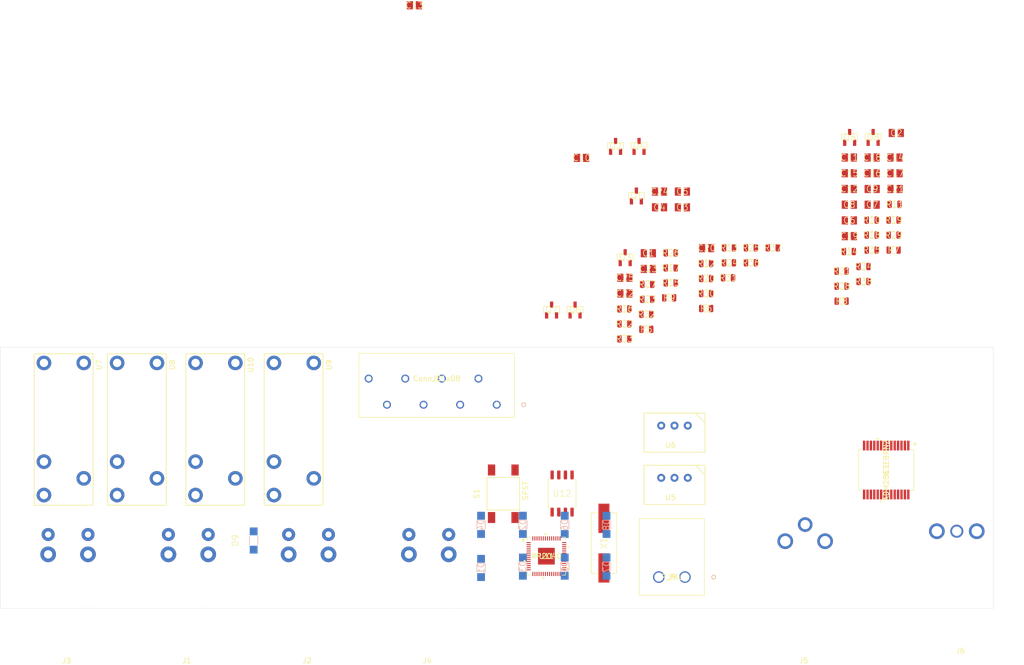
<source format=kicad_pcb>
(kicad_pcb (version 20171130) (host pcbnew "(5.1.9)-1")
  (layers (0 F.Cu signal) (31 B.Cu signal) (34 B.Paste user) (35 F.Paste user) (36 B.SilkS user hide) (37 F.SilkS user) (38 B.Mask user hide) (39 F.Mask user hide) (44 Edge.Cuts user))
  (net 0 "")
  (net 1 GND)
  (net 2 +5VD)
  (net 3 GND_DMX)
  (net 4 "Net-(C6-Pad1)")
  (net 5 "Net-(C7-Pad1)")
  (net 6 "Net-(C8-Pad1)")
  (net 7 "Net-(C9-Pad1)")
  (net 8 +3V3)
  (net 9 "Net-(C11-Pad1)")
  (net 10 "Net-(C12-Pad1)")
  (net 11 "Net-(C16-Pad2)")
  (net 12 "Net-(C18-Pad2)")
  (net 13 "Net-(IC1-Pad19)")
  (net 14 "Net-(IC1-Pad20)")
  (net 15 "Net-(J8-Pad7)")
  (net 16 "Net-(J8-Pad5)")
  (net 17 "Net-(J8-Pad3)")
  (net 18 "Net-(J8-Pad1)")
  (net 19 "Net-(Q1-Pad3)")
  (net 20 "Net-(Q1-Pad2)")
  (net 21 "Net-(Q2-Pad3)")
  (net 22 "Net-(Q2-Pad2)")
  (net 23 "Net-(Q3-Pad3)")
  (net 24 "Net-(Q3-Pad2)")
  (net 25 "Net-(Q4-Pad3)")
  (net 26 "Net-(Q4-Pad2)")
  (net 27 /CH1-RDY)
  (net 28 "Net-(Q5-Pad2)")
  (net 29 /CH2-RDY)
  (net 30 "Net-(Q6-Pad2)")
  (net 31 /CH3-RDY)
  (net 32 "Net-(Q7-Pad2)")
  (net 33 /CH4-RDY)
  (net 34 "Net-(Q8-Pad2)")
  (net 35 "Net-(J7-Pad1)")
  (net 36 /USB-D+)
  (net 37 "Net-(J7-Pad3)")
  (net 38 /USB-D-)
  (net 39 "Net-(J7-Pad2)")
  (net 40 "Net-(J1-Pad3)")
  (net 41 "Net-(J2-Pad3)")
  (net 42 "Net-(J3-Pad3)")
  (net 43 "Net-(J4-Pad3)")
  (net 44 "Net-(R12-Pad1)")
  (net 45 "Net-(R13-Pad1)")
  (net 46 "Net-(R14-Pad1)")
  (net 47 "Net-(R15-Pad1)")
  (net 48 /CH1-RELAY)
  (net 49 /CH2-RELAY)
  (net 50 /CH3-RELAY)
  (net 51 /CH4-RELAY)
  (net 52 "Net-(D1-Pad1)")
  (net 53 "Net-(D2-Pad1)")
  (net 54 "Net-(D3-Pad1)")
  (net 55 "Net-(D4-Pad1)")
  (net 56 "Net-(D5-Pad1)")
  (net 57 "Net-(D6-Pad1)")
  (net 58 "Net-(D7-Pad1)")
  (net 59 "Net-(D8-Pad1)")
  (net 60 "Net-(D9-Pad1)")
  (net 61 "Net-(R37-Pad2)")
  (net 62 "Net-(R38-Pad2)")
  (net 63 "Net-(R38-Pad1)")
  (net 64 "Net-(U7-Pad3)")
  (net 65 "Net-(U8-Pad3)")
  (net 66 "Net-(U9-Pad3)")
  (net 67 "Net-(U10-Pad3)")
  (net 68 "Net-(U11-Pad55)")
  (net 69 "Net-(U11-Pad54)")
  (net 70 "Net-(U11-Pad53)")
  (net 71 "Net-(U11-Pad52)")
  (net 72 "Net-(U11-Pad51)")
  (net 73 "Net-(U11-Pad23)")
  (net 74 "Net-(U11-Pad37)")
  (net 75 "Net-(U11-Pad36)")
  (net 76 "Net-(U11-Pad35)")
  (net 77 "Net-(U11-Pad34)")
  (net 78 "Net-(U11-Pad32)")
  (net 79 "Net-(U11-Pad31)")
  (net 80 "Net-(U11-Pad30)")
  (net 81 "Net-(U11-Pad29)")
  (net 82 "Net-(U11-Pad28)")
  (net 83 "Net-(U11-Pad27)")
  (net 84 "Net-(D9-Pad2)")
  (net 85 "Net-(U11-Pad25)")
  (net 86 "Net-(U11-Pad24)")
  (net 87 "Net-(U11-Pad19)")
  (net 88 "Net-(U11-Pad14)")
  (net 89 /GPIO10)
  (net 90 "Net-(U11-Pad12)")
  (net 91 "Net-(U11-Pad11)")
  (net 92 /CH4-charge)
  (net 93 /CH3-charge)
  (net 94 /CH2-charge)
  (net 95 /CH1-charge)
  (net 96 "Net-(IC1-Pad18)")
  (net 97 "Net-(IC1-Pad17)")
  (net 98 "Net-(IC1-Pad14)")
  (net 99 "Net-(IC1-Pad13)")
  (net 100 "Net-(IC1-Pad12)")
  (net 101 "Net-(IC1-Pad10)")
  (net 102 "Net-(IC1-Pad9)")
  (net 103 "Net-(IC1-Pad8)")
  (net 104 "Net-(IC1-Pad6)")
  (net 105 "Net-(IC1-Pad5)")
  (net 106 "Net-(IC1-Pad3)")
  (net 107 "Net-(IC1-Pad2)")
  (net 108 "Net-(IC1-Pad1)")
  (net 109 "Net-(J1-Pad1)")
  (net 110 "Net-(J1-Pad2)")
  (net 111 "Net-(J2-Pad1)")
  (net 112 "Net-(J2-Pad2)")
  (net 113 "Net-(J3-Pad1)")
  (net 114 "Net-(J3-Pad2)")
  (net 115 "Net-(J4-Pad1)")
  (net 116 "Net-(J4-Pad2)")
  (module Kabuki:NC4FAH0 (layer F.Cu) (at 162 143 180)
    (fp_text reference J4 (at 0.3 -7) (layer F.SilkS))
    (fp_text value NC4FAHL1)
    (pad "" np_thru_hole circle (at 3.81 8.89 180) (size 1.6 1.6) (drill 1.6) (layers *.Cu *.Mask))
    (pad "" np_thru_hole circle (at -3.81 3.81 180) (size 1.6 1.6) (drill 1.6) (layers *.Cu *.Mask))
    (pad 4 thru_hole circle (at 3.81 17.15 180) (size 2.5 2.5) (drill 1.2) (layers *.Cu *.Mask) (net 1 GND))
    (pad 3 thru_hole circle (at 3.81 13.35 180) (size 3 3) (drill 1.6) (layers *.Cu *.Mask) (net 43 "Net-(J4-Pad3)"))
    (pad "" np_thru_hole circle (at -6.98 8.25 180) (size 1.2 1.2) (drill 1.2) (layers *.Cu *.Mask))
    (pad 1 thru_hole circle (at -3.81 17.15 180) (size 2.5 2.5) (drill 1.2) (layers *.Cu *.Mask) (net 115 "Net-(J4-Pad1)"))
    (pad 2 thru_hole circle (at -3.81 13.35 180) (size 3 3) (drill 1.6) (layers *.Cu *.Mask) (net 116 "Net-(J4-Pad2)"))
  )
  (module Kabuki:NC4FAH0 (layer F.Cu) (at 93 143 180)
    (fp_text reference J3 (at 0.3 -7) (layer F.SilkS))
    (fp_text value NC4FAHL1)
    (pad "" np_thru_hole circle (at 3.81 8.89 180) (size 1.6 1.6) (drill 1.6) (layers *.Cu *.Mask))
    (pad "" np_thru_hole circle (at -3.81 3.81 180) (size 1.6 1.6) (drill 1.6) (layers *.Cu *.Mask))
    (pad 4 thru_hole circle (at 3.81 17.15 180) (size 2.5 2.5) (drill 1.2) (layers *.Cu *.Mask) (net 1 GND))
    (pad 3 thru_hole circle (at 3.81 13.35 180) (size 3 3) (drill 1.6) (layers *.Cu *.Mask) (net 42 "Net-(J3-Pad3)"))
    (pad "" np_thru_hole circle (at -6.98 8.25 180) (size 1.2 1.2) (drill 1.2) (layers *.Cu *.Mask))
    (pad 1 thru_hole circle (at -3.81 17.15 180) (size 2.5 2.5) (drill 1.2) (layers *.Cu *.Mask) (net 113 "Net-(J3-Pad1)"))
    (pad 2 thru_hole circle (at -3.81 13.35 180) (size 3 3) (drill 1.6) (layers *.Cu *.Mask) (net 114 "Net-(J3-Pad2)"))
  )
  (module Kabuki:NC4FAH0 (layer F.Cu) (at 139 143 180)
    (fp_text reference J2 (at 0.3 -7) (layer F.SilkS))
    (fp_text value NC4FAHL1)
    (pad "" np_thru_hole circle (at 3.81 8.89 180) (size 1.6 1.6) (drill 1.6) (layers *.Cu *.Mask))
    (pad "" np_thru_hole circle (at -3.81 3.81 180) (size 1.6 1.6) (drill 1.6) (layers *.Cu *.Mask))
    (pad 4 thru_hole circle (at 3.81 17.15 180) (size 2.5 2.5) (drill 1.2) (layers *.Cu *.Mask) (net 1 GND))
    (pad 3 thru_hole circle (at 3.81 13.35 180) (size 3 3) (drill 1.6) (layers *.Cu *.Mask) (net 41 "Net-(J2-Pad3)"))
    (pad "" np_thru_hole circle (at -6.98 8.25 180) (size 1.2 1.2) (drill 1.2) (layers *.Cu *.Mask))
    (pad 1 thru_hole circle (at -3.81 17.15 180) (size 2.5 2.5) (drill 1.2) (layers *.Cu *.Mask) (net 111 "Net-(J2-Pad1)"))
    (pad 2 thru_hole circle (at -3.81 13.35 180) (size 3 3) (drill 1.6) (layers *.Cu *.Mask) (net 112 "Net-(J2-Pad2)"))
  )
  (module Kabuki:NC4FAH0 (layer F.Cu) (at 116 143 180)
    (fp_text reference J1 (at 0.3 -7) (layer F.SilkS))
    (fp_text value NC4FAHL1)
    (pad "" np_thru_hole circle (at 3.81 8.89 180) (size 1.6 1.6) (drill 1.6) (layers *.Cu *.Mask))
    (pad "" np_thru_hole circle (at -3.81 3.81 180) (size 1.6 1.6) (drill 1.6) (layers *.Cu *.Mask))
    (pad 4 thru_hole circle (at 3.81 17.15 180) (size 2.5 2.5) (drill 1.2) (layers *.Cu *.Mask) (net 1 GND))
    (pad 3 thru_hole circle (at 3.81 13.35 180) (size 3 3) (drill 1.6) (layers *.Cu *.Mask) (net 40 "Net-(J1-Pad3)"))
    (pad "" np_thru_hole circle (at -6.98 8.25 180) (size 1.2 1.2) (drill 1.2) (layers *.Cu *.Mask))
    (pad 1 thru_hole circle (at -3.81 17.15 180) (size 2.5 2.5) (drill 1.2) (layers *.Cu *.Mask) (net 109 "Net-(J1-Pad1)"))
    (pad 2 thru_hole circle (at -3.81 13.35 180) (size 3 3) (drill 1.6) (layers *.Cu *.Mask) (net 110 "Net-(J1-Pad2)"))
  )
  (module Kabuki:ADM2867EBRNZ (layer F.Cu) (at 249.5 113.5 270)
    (fp_text reference IC1 (at 0 0 90) (layer F.SilkS))
    (fp_text value ADM2867EBRNZ (at 0 0 90) (layer F.SilkS))
    (fp_text user * (at -4.9375 -5.8244 90) (layer F.SilkS))
    (fp_text user * (at -4.9375 -5.8244 90) (layer F.SilkS))
    (pad 28 smd rect (at 4.683501 -4.225 270) (size 1.873999 0.4564) (layers F.Cu F.Paste F.Mask) (net 3 GND_DMX))
    (pad 27 smd rect (at 4.683501 -3.574999 270) (size 1.873999 0.4564) (layers F.Cu F.Paste F.Mask) (net 9 "Net-(C11-Pad1)"))
    (pad 26 smd rect (at 4.683501 -2.925 270) (size 1.873999 0.4564) (layers F.Cu F.Paste F.Mask) (net 3 GND_DMX))
    (pad 25 smd rect (at 4.683501 -2.274999 270) (size 1.873999 0.4564) (layers F.Cu F.Paste F.Mask) (net 9 "Net-(C11-Pad1)"))
    (pad 24 smd rect (at 4.683501 -1.625001 270) (size 1.873999 0.4564) (layers F.Cu F.Paste F.Mask) (net 3 GND_DMX))
    (pad 23 smd rect (at 4.683501 -0.974999 270) (size 1.873999 0.4564) (layers F.Cu F.Paste F.Mask) (net 10 "Net-(C12-Pad1)"))
    (pad 22 smd rect (at 4.683501 -0.325001 270) (size 1.873999 0.4564) (layers F.Cu F.Paste F.Mask) (net 1 GND))
    (pad 21 smd rect (at 4.683501 0.325001 270) (size 1.873999 0.4564) (layers F.Cu F.Paste F.Mask) (net 1 GND))
    (pad 20 smd rect (at 4.683501 0.974999 270) (size 1.873999 0.4564) (layers F.Cu F.Paste F.Mask) (net 14 "Net-(IC1-Pad20)"))
    (pad 19 smd rect (at 4.683501 1.625001 270) (size 1.873999 0.4564) (layers F.Cu F.Paste F.Mask) (net 13 "Net-(IC1-Pad19)"))
    (pad 18 smd rect (at 4.683501 2.274999 270) (size 1.873999 0.4564) (layers F.Cu F.Paste F.Mask) (net 96 "Net-(IC1-Pad18)"))
    (pad 17 smd rect (at 4.683501 2.925 270) (size 1.873999 0.4564) (layers F.Cu F.Paste F.Mask) (net 97 "Net-(IC1-Pad17)"))
    (pad 16 smd rect (at 4.683501 3.574999 270) (size 1.873999 0.4564) (layers F.Cu F.Paste F.Mask) (net 1 GND))
    (pad 15 smd rect (at 4.683501 4.225 270) (size 1.873999 0.4564) (layers F.Cu F.Paste F.Mask) (net 1 GND))
    (pad 14 smd rect (at -4.683501 4.224998 270) (size 1.873999 0.4564) (layers F.Cu F.Paste F.Mask) (net 98 "Net-(IC1-Pad14)"))
    (pad 13 smd rect (at -4.683501 3.574999 270) (size 1.873999 0.4564) (layers F.Cu F.Paste F.Mask) (net 99 "Net-(IC1-Pad13)"))
    (pad 12 smd rect (at -4.683501 2.924998 270) (size 1.873999 0.4564) (layers F.Cu F.Paste F.Mask) (net 100 "Net-(IC1-Pad12)"))
    (pad 11 smd rect (at -4.683501 2.274999 270) (size 1.873999 0.4564) (layers F.Cu F.Paste F.Mask) (net 89 /GPIO10))
    (pad 10 smd rect (at -4.683501 1.624998 270) (size 1.873999 0.4564) (layers F.Cu F.Paste F.Mask) (net 101 "Net-(IC1-Pad10)"))
    (pad 9 smd rect (at -4.683501 0.974999 270) (size 1.873999 0.4564) (layers F.Cu F.Paste F.Mask) (net 102 "Net-(IC1-Pad9)"))
    (pad 8 smd rect (at -4.683501 0.324998 270) (size 1.873999 0.4564) (layers F.Cu F.Paste F.Mask) (net 103 "Net-(IC1-Pad8)"))
    (pad 7 smd rect (at -4.683501 -0.325001 270) (size 1.873999 0.4564) (layers F.Cu F.Paste F.Mask) (net 8 +3V3))
    (pad 6 smd rect (at -4.683501 -0.974999 270) (size 1.873999 0.4564) (layers F.Cu F.Paste F.Mask) (net 104 "Net-(IC1-Pad6)"))
    (pad 5 smd rect (at -4.683501 -1.625001 270) (size 1.873999 0.4564) (layers F.Cu F.Paste F.Mask) (net 105 "Net-(IC1-Pad5)"))
    (pad 4 smd rect (at -4.683501 -2.274999 270) (size 1.873999 0.4564) (layers F.Cu F.Paste F.Mask) (net 2 +5VD))
    (pad 3 smd rect (at -4.683501 -2.925 270) (size 1.873999 0.4564) (layers F.Cu F.Paste F.Mask) (net 106 "Net-(IC1-Pad3)"))
    (pad 2 smd rect (at -4.683501 -3.574999 270) (size 1.873999 0.4564) (layers F.Cu F.Paste F.Mask) (net 107 "Net-(IC1-Pad2)"))
    (pad 1 smd rect (at -4.683501 -4.225 270) (size 1.873999 0.4564) (layers F.Cu F.Paste F.Mask) (net 108 "Net-(IC1-Pad1)"))
  )
  (module Kabuki:XTAL1140X470X420D1270L390X60 (layer F.Cu) (at 195.5 127.5 90)
    (fp_text reference X1 (at 0 0 90) (layer F.SilkS) (effects (font (size 1.2 1.2) (thickness 0.12))))
    (fp_text value XTAL)
    (pad 2 smd rect (at 4.75 0 90) (size 5.6 2.1) (layers F.Cu F.Paste F.Mask) (net 11 "Net-(C16-Pad2)"))
    (pad 1 smd rect (at -4.75 0 90) (size 5.6 2.1) (layers F.Cu F.Paste F.Mask) (net 12 "Net-(C18-Pad2)"))
  )
  (module Kabuki:SOIC8P_w25q128 (layer F.Cu) (at 187.5 118)
    (fp_text reference U12 (at 0 0) (layer F.SilkS) (effects (font (size 1.2 1.2) (thickness 0.12))))
    (fp_text value W25Q128JVS)
    (pad 8 smd roundrect (at -1.905 -3.555 90) (size 1.71 0.64) (layers F.Cu F.Paste F.Mask) (net 8 +3V3))
    (pad 7 smd roundrect (at -0.635 -3.555 90) (size 1.71 0.64) (layers F.Cu F.Paste F.Mask) (net 72 "Net-(U11-Pad51)"))
    (pad 6 smd roundrect (at 0.635 -3.555 90) (size 1.71 0.64) (layers F.Cu F.Paste F.Mask) (net 71 "Net-(U11-Pad52)"))
    (pad 5 smd roundrect (at 1.905 -3.555 90) (size 1.71 0.64) (layers F.Cu F.Paste F.Mask) (net 70 "Net-(U11-Pad53)"))
    (pad 4 smd roundrect (at 1.905 3.555 90) (size 1.71 0.64) (layers F.Cu F.Paste F.Mask) (net 1 GND))
    (pad 3 smd roundrect (at 0.635 3.555 90) (size 1.71 0.64) (layers F.Cu F.Paste F.Mask) (net 68 "Net-(U11-Pad55)"))
    (pad 2 smd roundrect (at -0.635 3.555 90) (size 1.71 0.64) (layers F.Cu F.Paste F.Mask) (net 69 "Net-(U11-Pad54)"))
    (pad 1 smd roundrect (at -1.905 3.555 90) (size 1.71 0.64) (layers F.Cu F.Paste F.Mask) (net 63 "Net-(R38-Pad1)"))
  )
  (module Kabuki:RP2040 (layer F.Cu) (at 184.5 130)
    (fp_text reference U11 (at 0 0) (layer F.SilkS))
    (fp_text value RP2040 (at 0 0) (layer F.SilkS))
    (fp_text user * (at -4.4402 -2.8) (layer F.SilkS))
    (fp_text user * (at -4.4402 -2.8) (layer F.SilkS))
    (pad 57 smd rect (at 0 0) (size 3.2004 3.2004) (layers F.Cu F.Mask) (net 1 GND))
    (pad 56 smd rect (at -2.6 -3.4012) (size 0.1786 0.807999) (layers F.Cu F.Paste F.Mask) (net 63 "Net-(R38-Pad1)"))
    (pad 55 smd rect (at -2.200001 -3.4012) (size 0.1786 0.807999) (layers F.Cu F.Paste F.Mask) (net 68 "Net-(U11-Pad55)"))
    (pad 54 smd rect (at -1.799999 -3.4012) (size 0.1786 0.807999) (layers F.Cu F.Paste F.Mask) (net 69 "Net-(U11-Pad54)"))
    (pad 53 smd rect (at -1.4 -3.4012) (size 0.1786 0.807999) (layers F.Cu F.Paste F.Mask) (net 70 "Net-(U11-Pad53)"))
    (pad 52 smd rect (at -1.000001 -3.4012) (size 0.1786 0.807999) (layers F.Cu F.Paste F.Mask) (net 71 "Net-(U11-Pad52)"))
    (pad 51 smd rect (at -0.599999 -3.4012) (size 0.1786 0.807999) (layers F.Cu F.Paste F.Mask) (net 72 "Net-(U11-Pad51)"))
    (pad 50 smd rect (at -0.2 -3.4012) (size 0.1786 0.807999) (layers F.Cu F.Paste F.Mask) (net 73 "Net-(U11-Pad23)"))
    (pad 49 smd rect (at 0.2 -3.4012) (size 0.1786 0.807999) (layers F.Cu F.Paste F.Mask) (net 8 +3V3))
    (pad 48 smd rect (at 0.599999 -3.4012) (size 0.1786 0.807999) (layers F.Cu F.Paste F.Mask) (net 8 +3V3))
    (pad 47 smd rect (at 1.000001 -3.4012) (size 0.1786 0.807999) (layers F.Cu F.Paste F.Mask) (net 36 /USB-D+))
    (pad 46 smd rect (at 1.4 -3.4012) (size 0.1786 0.807999) (layers F.Cu F.Paste F.Mask) (net 38 /USB-D-))
    (pad 45 smd rect (at 1.799999 -3.4012) (size 0.1786 0.807999) (layers F.Cu F.Paste F.Mask) (net 73 "Net-(U11-Pad23)"))
    (pad 44 smd rect (at 2.200001 -3.4012) (size 0.1786 0.807999) (layers F.Cu F.Paste F.Mask) (net 8 +3V3))
    (pad 43 smd rect (at 2.6 -3.4012) (size 0.1786 0.807999) (layers F.Cu F.Paste F.Mask) (net 8 +3V3))
    (pad 42 smd rect (at 3.4012 -2.6 90) (size 0.1786 0.807999) (layers F.Cu F.Paste F.Mask) (net 8 +3V3))
    (pad 41 smd rect (at 3.4012 -2.200001 90) (size 0.1786 0.807999) (layers F.Cu F.Paste F.Mask) (net 7 "Net-(C9-Pad1)"))
    (pad 40 smd rect (at 3.4012 -1.799999 90) (size 0.1786 0.807999) (layers F.Cu F.Paste F.Mask) (net 6 "Net-(C8-Pad1)"))
    (pad 39 smd rect (at 3.4012 -1.4 90) (size 0.1786 0.807999) (layers F.Cu F.Paste F.Mask) (net 5 "Net-(C7-Pad1)"))
    (pad 38 smd rect (at 3.4012 -1.000001 90) (size 0.1786 0.807999) (layers F.Cu F.Paste F.Mask) (net 4 "Net-(C6-Pad1)"))
    (pad 37 smd rect (at 3.4012 -0.599999 90) (size 0.1786 0.807999) (layers F.Cu F.Paste F.Mask) (net 74 "Net-(U11-Pad37)"))
    (pad 36 smd rect (at 3.4012 -0.2 90) (size 0.1786 0.807999) (layers F.Cu F.Paste F.Mask) (net 75 "Net-(U11-Pad36)"))
    (pad 35 smd rect (at 3.4012 0.2 90) (size 0.1786 0.807999) (layers F.Cu F.Paste F.Mask) (net 76 "Net-(U11-Pad35)"))
    (pad 34 smd rect (at 3.4012 0.599999 90) (size 0.1786 0.807999) (layers F.Cu F.Paste F.Mask) (net 77 "Net-(U11-Pad34)"))
    (pad 33 smd rect (at 3.4012 1.000001 90) (size 0.1786 0.807999) (layers F.Cu F.Paste F.Mask) (net 8 +3V3))
    (pad 32 smd rect (at 3.4012 1.4 90) (size 0.1786 0.807999) (layers F.Cu F.Paste F.Mask) (net 78 "Net-(U11-Pad32)"))
    (pad 31 smd rect (at 3.4012 1.799999 90) (size 0.1786 0.807999) (layers F.Cu F.Paste F.Mask) (net 79 "Net-(U11-Pad31)"))
    (pad 30 smd rect (at 3.4012 2.200001 90) (size 0.1786 0.807999) (layers F.Cu F.Paste F.Mask) (net 80 "Net-(U11-Pad30)"))
    (pad 29 smd rect (at 3.4012 2.6 90) (size 0.1786 0.807999) (layers F.Cu F.Paste F.Mask) (net 81 "Net-(U11-Pad29)"))
    (pad 28 smd rect (at 2.6 3.4012) (size 0.1786 0.807999) (layers F.Cu F.Paste F.Mask) (net 82 "Net-(U11-Pad28)"))
    (pad 27 smd rect (at 2.200001 3.4012) (size 0.1786 0.807999) (layers F.Cu F.Paste F.Mask) (net 83 "Net-(U11-Pad27)"))
    (pad 26 smd rect (at 1.799999 3.4012) (size 0.1786 0.807999) (layers F.Cu F.Paste F.Mask) (net 84 "Net-(D9-Pad2)"))
    (pad 25 smd rect (at 1.4 3.4012) (size 0.1786 0.807999) (layers F.Cu F.Paste F.Mask) (net 85 "Net-(U11-Pad25)"))
    (pad 24 smd rect (at 1.000001 3.4012) (size 0.1786 0.807999) (layers F.Cu F.Paste F.Mask) (net 86 "Net-(U11-Pad24)"))
    (pad 23 smd rect (at 0.599999 3.4012) (size 0.1786 0.807999) (layers F.Cu F.Paste F.Mask) (net 73 "Net-(U11-Pad23)"))
    (pad 22 smd rect (at 0.2 3.4012) (size 0.1786 0.807999) (layers F.Cu F.Paste F.Mask) (net 8 +3V3))
    (pad 21 smd rect (at -0.2 3.4012) (size 0.1786 0.807999) (layers F.Cu F.Paste F.Mask) (net 61 "Net-(R37-Pad2)"))
    (pad 20 smd rect (at -0.599999 3.4012) (size 0.1786 0.807999) (layers F.Cu F.Paste F.Mask) (net 12 "Net-(C18-Pad2)"))
    (pad 19 smd rect (at -1.000001 3.4012) (size 0.1786 0.807999) (layers F.Cu F.Paste F.Mask) (net 87 "Net-(U11-Pad19)"))
    (pad 18 smd rect (at -1.4 3.4012) (size 0.1786 0.807999) (layers F.Cu F.Paste F.Mask) (net 51 /CH4-RELAY))
    (pad 17 smd rect (at -1.799999 3.4012) (size 0.1786 0.807999) (layers F.Cu F.Paste F.Mask) (net 50 /CH3-RELAY))
    (pad 16 smd rect (at -2.200001 3.4012) (size 0.1786 0.807999) (layers F.Cu F.Paste F.Mask) (net 49 /CH2-RELAY))
    (pad 15 smd rect (at -2.6 3.4012) (size 0.1786 0.807999) (layers F.Cu F.Paste F.Mask) (net 48 /CH1-RELAY))
    (pad 14 smd rect (at -3.4012 2.6 90) (size 0.1786 0.807999) (layers F.Cu F.Paste F.Mask) (net 88 "Net-(U11-Pad14)"))
    (pad 13 smd rect (at -3.4012 2.200001 90) (size 0.1786 0.807999) (layers F.Cu F.Paste F.Mask) (net 89 /GPIO10))
    (pad 12 smd rect (at -3.4012 1.799999 90) (size 0.1786 0.807999) (layers F.Cu F.Paste F.Mask) (net 90 "Net-(U11-Pad12)"))
    (pad 11 smd rect (at -3.4012 1.4 90) (size 0.1786 0.807999) (layers F.Cu F.Paste F.Mask) (net 91 "Net-(U11-Pad11)"))
    (pad 10 smd rect (at -3.4012 1.000001 90) (size 0.1786 0.807999) (layers F.Cu F.Paste F.Mask) (net 8 +3V3))
    (pad 9 smd rect (at -3.4012 0.599999 90) (size 0.1786 0.807999) (layers F.Cu F.Paste F.Mask) (net 33 /CH4-RDY))
    (pad 8 smd rect (at -3.4012 0.2 90) (size 0.1786 0.807999) (layers F.Cu F.Paste F.Mask) (net 92 /CH4-charge))
    (pad 7 smd rect (at -3.4012 -0.2 90) (size 0.1786 0.807999) (layers F.Cu F.Paste F.Mask) (net 31 /CH3-RDY))
    (pad 6 smd rect (at -3.4012 -0.599999 90) (size 0.1786 0.807999) (layers F.Cu F.Paste F.Mask) (net 93 /CH3-charge))
    (pad 5 smd rect (at -3.4012 -1.000001 90) (size 0.1786 0.807999) (layers F.Cu F.Paste F.Mask) (net 29 /CH2-RDY))
    (pad 4 smd rect (at -3.4012 -1.4 90) (size 0.1786 0.807999) (layers F.Cu F.Paste F.Mask) (net 94 /CH2-charge))
    (pad 3 smd rect (at -3.4012 -1.799999 90) (size 0.1786 0.807999) (layers F.Cu F.Paste F.Mask) (net 27 /CH1-RDY))
    (pad 2 smd rect (at -3.4012 -2.200001 90) (size 0.1786 0.807999) (layers F.Cu F.Paste F.Mask) (net 95 /CH1-charge))
    (pad 1 smd rect (at -3.4012 -2.6 90) (size 0.1786 0.807999) (layers F.Cu F.Paste F.Mask) (net 8 +3V3))
  )
  (module Kabuki:JS-05 (layer F.Cu) (at 125 93 270)
    (fp_text reference U10 (at 0.381 -2.921 90) (layer F.SilkS))
    (fp_text value RelaySP)
    (pad 1 thru_hole circle (at 0 0 270) (size 2.8 2.8) (drill 1.6) (layers *.Cu *.Mask) (net 25 "Net-(Q4-Pad3)"))
    (pad 2 thru_hole circle (at 0 7.62 270) (size 2.8 2.8) (drill 1.6) (layers *.Cu *.Mask) (net 47 "Net-(R15-Pad1)"))
    (pad 5 thru_hole circle (at 22.1 0 270) (size 2.8 2.8) (drill 1.6) (layers *.Cu *.Mask) (net 2 +5VD))
    (pad 4 thru_hole circle (at 18.9 7.62 270) (size 2.8 2.8) (drill 1.6) (layers *.Cu *.Mask) (net 15 "Net-(J8-Pad7)"))
    (pad 3 thru_hole circle (at 25.3 7.62 270) (size 2.8 2.8) (drill 1.6) (layers *.Cu *.Mask) (net 67 "Net-(U10-Pad3)"))
  )
  (module Kabuki:JS-05 (layer F.Cu) (at 140 93 270)
    (fp_text reference U9 (at 0.381 -2.921 90) (layer F.SilkS))
    (fp_text value RelaySP)
    (pad 1 thru_hole circle (at 0 0 270) (size 2.8 2.8) (drill 1.6) (layers *.Cu *.Mask) (net 23 "Net-(Q3-Pad3)"))
    (pad 2 thru_hole circle (at 0 7.62 270) (size 2.8 2.8) (drill 1.6) (layers *.Cu *.Mask) (net 46 "Net-(R14-Pad1)"))
    (pad 5 thru_hole circle (at 22.1 0 270) (size 2.8 2.8) (drill 1.6) (layers *.Cu *.Mask) (net 2 +5VD))
    (pad 4 thru_hole circle (at 18.9 7.62 270) (size 2.8 2.8) (drill 1.6) (layers *.Cu *.Mask) (net 16 "Net-(J8-Pad5)"))
    (pad 3 thru_hole circle (at 25.3 7.62 270) (size 2.8 2.8) (drill 1.6) (layers *.Cu *.Mask) (net 66 "Net-(U9-Pad3)"))
  )
  (module Kabuki:JS-05 (layer F.Cu) (at 110 93 270)
    (fp_text reference U8 (at 0.381 -2.921 90) (layer F.SilkS))
    (fp_text value RelaySP)
    (pad 1 thru_hole circle (at 0 0 270) (size 2.8 2.8) (drill 1.6) (layers *.Cu *.Mask) (net 21 "Net-(Q2-Pad3)"))
    (pad 2 thru_hole circle (at 0 7.62 270) (size 2.8 2.8) (drill 1.6) (layers *.Cu *.Mask) (net 45 "Net-(R13-Pad1)"))
    (pad 5 thru_hole circle (at 22.1 0 270) (size 2.8 2.8) (drill 1.6) (layers *.Cu *.Mask) (net 2 +5VD))
    (pad 4 thru_hole circle (at 18.9 7.62 270) (size 2.8 2.8) (drill 1.6) (layers *.Cu *.Mask) (net 17 "Net-(J8-Pad3)"))
    (pad 3 thru_hole circle (at 25.3 7.62 270) (size 2.8 2.8) (drill 1.6) (layers *.Cu *.Mask) (net 65 "Net-(U8-Pad3)"))
  )
  (module Kabuki:JS-05 (layer F.Cu) (at 96 93 270)
    (fp_text reference U7 (at 0.381 -2.921 90) (layer F.SilkS))
    (fp_text value RelaySP)
    (pad 1 thru_hole circle (at 0 0 270) (size 2.8 2.8) (drill 1.6) (layers *.Cu *.Mask) (net 19 "Net-(Q1-Pad3)"))
    (pad 2 thru_hole circle (at 0 7.62 270) (size 2.8 2.8) (drill 1.6) (layers *.Cu *.Mask) (net 44 "Net-(R12-Pad1)"))
    (pad 5 thru_hole circle (at 22.1 0 270) (size 2.8 2.8) (drill 1.6) (layers *.Cu *.Mask) (net 2 +5VD))
    (pad 4 thru_hole circle (at 18.9 7.62 270) (size 2.8 2.8) (drill 1.6) (layers *.Cu *.Mask) (net 18 "Net-(J8-Pad1)"))
    (pad 3 thru_hole circle (at 25.3 7.62 270) (size 2.8 2.8) (drill 1.6) (layers *.Cu *.Mask) (net 64 "Net-(U7-Pad3)"))
  )
  (module Kabuki:TSRN_1_2450 (layer F.Cu) (at 209 105 180)
    (fp_text reference U6 (at 0.75 -3.75) (layer F.SilkS))
    (fp_text value TSR1-2450)
    (pad 3 thru_hole circle (at 2.54 0 180) (size 1.524 1.524) (drill 0.762) (layers *.Cu *.Mask) (net 8 +3V3))
    (pad 2 thru_hole circle (at 0 0 180) (size 1.524 1.524) (drill 0.762) (layers *.Cu *.Mask) (net 1 GND))
    (pad 1 thru_hole circle (at -2.54 0 180) (size 1.524 1.524) (drill 0.762) (layers *.Cu *.Mask) (net 2 +5VD))
  )
  (module Kabuki:TSRN_1_2450 (layer F.Cu) (at 209 115 180)
    (fp_text reference U5 (at 0.75 -3.75) (layer F.SilkS))
    (fp_text value TSR1-2450)
    (pad 3 thru_hole circle (at 2.54 0 180) (size 1.524 1.524) (drill 0.762) (layers *.Cu *.Mask) (net 2 +5VD))
    (pad 2 thru_hole circle (at 0 0 180) (size 1.524 1.524) (drill 0.762) (layers *.Cu *.Mask) (net 1 GND))
    (pad 1 thru_hole circle (at -2.54 0 180) (size 1.524 1.524) (drill 0.762) (layers *.Cu *.Mask) (net 2 +5VD))
  )
  (module Kabuki:te-microswitch-smd (layer F.Cu) (at 178.5 113.5 270)
    (fp_text reference S1 (at 4.5466 7.366 90) (layer F.SilkS))
    (fp_text value SPST (at 4 -2 90) (layer F.SilkS))
    (pad 1 smd rect (at 0 0 270) (size 2.1082 1.397) (layers F.Cu F.Paste F.Mask) (net 1 GND))
    (pad 2 smd rect (at 0 4.4958 270) (size 2.1082 1.397) (layers F.Cu F.Paste F.Mask) (net 62 "Net-(R38-Pad2)"))
    (pad 2 smd rect (at 9.0932 4.4958 270) (size 2.1082 1.397) (layers F.Cu F.Paste F.Mask) (net 62 "Net-(R38-Pad2)"))
    (pad 1 smd rect (at 9.0932 0 270) (size 2.1082 1.397) (layers F.Cu F.Paste F.Mask) (net 1 GND))
  )
  (module Kabuki:RES0805 (layer F.Cu) (at 245.16 77.41)
    (fp_text reference R38 (at 0 0) (layer F.SilkS) (effects (font (size 1.2 1.2) (thickness 0.12))))
    (fp_text value 1k)
    (pad 2 smd roundrect (at 0.945 0) (size 0.84 1.42) (layers F.Cu F.Paste F.Mask) (net 62 "Net-(R38-Pad2)"))
    (pad 1 smd roundrect (at -0.945 0) (size 0.84 1.42) (layers F.Cu F.Paste F.Mask) (net 63 "Net-(R38-Pad1)"))
  )
  (module Kabuki:RES0805 (layer F.Cu) (at 227.81 70.96)
    (fp_text reference R37 (at 0 0) (layer F.SilkS) (effects (font (size 1.2 1.2) (thickness 0.12))))
    (fp_text value 1k)
    (pad 2 smd roundrect (at 0.945 0) (size 0.84 1.42) (layers F.Cu F.Paste F.Mask) (net 61 "Net-(R37-Pad2)"))
    (pad 1 smd roundrect (at -0.945 0) (size 0.84 1.42) (layers F.Cu F.Paste F.Mask) (net 11 "Net-(C16-Pad2)"))
  )
  (module Kabuki:RES0805 (layer F.Cu) (at 223.62 73.83)
    (fp_text reference R36 (at 0 0) (layer F.SilkS) (effects (font (size 1.2 1.2) (thickness 0.12))))
    (fp_text value 320)
    (pad 2 smd roundrect (at 0.945 0) (size 0.84 1.42) (layers F.Cu F.Paste F.Mask) (net 60 "Net-(D9-Pad1)"))
    (pad 1 smd roundrect (at -0.945 0) (size 0.84 1.42) (layers F.Cu F.Paste F.Mask) (net 8 +3V3))
  )
  (module Kabuki:RES0805 (layer F.Cu) (at 246.73 71.39)
    (fp_text reference R35 (at 0 0) (layer F.SilkS) (effects (font (size 1.2 1.2) (thickness 0.12))))
    (fp_text value 220)
    (pad 2 smd roundrect (at 0.945 0) (size 0.84 1.42) (layers F.Cu F.Paste F.Mask) (net 34 "Net-(Q8-Pad2)"))
    (pad 1 smd roundrect (at -0.945 0) (size 0.84 1.42) (layers F.Cu F.Paste F.Mask) (net 1 GND))
  )
  (module Kabuki:RES0805 (layer F.Cu) (at 245.16 74.54)
    (fp_text reference R34 (at 0 0) (layer F.SilkS) (effects (font (size 1.2 1.2) (thickness 0.12))))
    (fp_text value 220)
    (pad 2 smd roundrect (at 0.945 0) (size 0.84 1.42) (layers F.Cu F.Paste F.Mask) (net 32 "Net-(Q7-Pad2)"))
    (pad 1 smd roundrect (at -0.945 0) (size 0.84 1.42) (layers F.Cu F.Paste F.Mask) (net 1 GND))
  )
  (module Kabuki:RES0805 (layer F.Cu) (at 199.42 88.39)
    (fp_text reference R33 (at 0 0) (layer F.SilkS) (effects (font (size 1.2 1.2) (thickness 0.12))))
    (fp_text value 220)
    (pad 2 smd roundrect (at 0.945 0) (size 0.84 1.42) (layers F.Cu F.Paste F.Mask) (net 30 "Net-(Q6-Pad2)"))
    (pad 1 smd roundrect (at -0.945 0) (size 0.84 1.42) (layers F.Cu F.Paste F.Mask) (net 1 GND))
  )
  (module Kabuki:RES0805 (layer F.Cu) (at 203.61 83.69)
    (fp_text reference R32 (at 0 0) (layer F.SilkS) (effects (font (size 1.2 1.2) (thickness 0.12))))
    (fp_text value 220)
    (pad 2 smd roundrect (at 0.945 0) (size 0.84 1.42) (layers F.Cu F.Paste F.Mask) (net 28 "Net-(Q5-Pad2)"))
    (pad 1 smd roundrect (at -0.945 0) (size 0.84 1.42) (layers F.Cu F.Paste F.Mask) (net 1 GND))
  )
  (module Kabuki:RES0805 (layer F.Cu) (at 219.25 76.7)
    (fp_text reference R31 (at 0 0) (layer F.SilkS) (effects (font (size 1.2 1.2) (thickness 0.12))))
    (fp_text value 220)
    (pad 2 smd roundrect (at 0.945 0) (size 0.84 1.42) (layers F.Cu F.Paste F.Mask) (net 34 "Net-(Q8-Pad2)"))
    (pad 1 smd roundrect (at -0.945 0) (size 0.84 1.42) (layers F.Cu F.Paste F.Mask) (net 15 "Net-(J8-Pad7)"))
  )
  (module Kabuki:RES0805 (layer F.Cu) (at 215.06 79.71)
    (fp_text reference R30 (at 0 0) (layer F.SilkS) (effects (font (size 1.2 1.2) (thickness 0.12))))
    (fp_text value 220)
    (pad 2 smd roundrect (at 0.945 0) (size 0.84 1.42) (layers F.Cu F.Paste F.Mask) (net 32 "Net-(Q7-Pad2)"))
    (pad 1 smd roundrect (at -0.945 0) (size 0.84 1.42) (layers F.Cu F.Paste F.Mask) (net 16 "Net-(J8-Pad5)"))
  )
  (module Kabuki:RES0805 (layer F.Cu) (at 250.92 68.52)
    (fp_text reference R29 (at 0 0) (layer F.SilkS) (effects (font (size 1.2 1.2) (thickness 0.12))))
    (fp_text value 220)
    (pad 2 smd roundrect (at 0.945 0) (size 0.84 1.42) (layers F.Cu F.Paste F.Mask) (net 30 "Net-(Q6-Pad2)"))
    (pad 1 smd roundrect (at -0.945 0) (size 0.84 1.42) (layers F.Cu F.Paste F.Mask) (net 17 "Net-(J8-Pad3)"))
  )
  (module Kabuki:RES0805 (layer F.Cu) (at 240.97 78.3)
    (fp_text reference R28 (at 0 0) (layer F.SilkS) (effects (font (size 1.2 1.2) (thickness 0.12))))
    (fp_text value 220)
    (pad 2 smd roundrect (at 0.945 0) (size 0.84 1.42) (layers F.Cu F.Paste F.Mask) (net 28 "Net-(Q5-Pad2)"))
    (pad 1 smd roundrect (at -0.945 0) (size 0.84 1.42) (layers F.Cu F.Paste F.Mask) (net 18 "Net-(J8-Pad1)"))
  )
  (module Kabuki:RES0805 (layer F.Cu) (at 203.79 77.95)
    (fp_text reference R27 (at 0 0) (layer F.SilkS) (effects (font (size 1.2 1.2) (thickness 0.12))))
    (fp_text value 320)
    (pad 2 smd roundrect (at 0.945 0) (size 0.84 1.42) (layers F.Cu F.Paste F.Mask) (net 59 "Net-(D8-Pad1)"))
    (pad 1 smd roundrect (at -0.945 0) (size 0.84 1.42) (layers F.Cu F.Paste F.Mask) (net 8 +3V3))
  )
  (module Kabuki:RES0805 (layer F.Cu) (at 208.28 71.93)
    (fp_text reference R26 (at 0 0) (layer F.SilkS) (effects (font (size 1.2 1.2) (thickness 0.12))))
    (fp_text value 320)
    (pad 2 smd roundrect (at 0.945 0) (size 0.84 1.42) (layers F.Cu F.Paste F.Mask) (net 58 "Net-(D7-Pad1)"))
    (pad 1 smd roundrect (at -0.945 0) (size 0.84 1.42) (layers F.Cu F.Paste F.Mask) (net 8 +3V3))
  )
  (module Kabuki:RES0805 (layer F.Cu) (at 223.62 70.96)
    (fp_text reference R25 (at 0 0) (layer F.SilkS) (effects (font (size 1.2 1.2) (thickness 0.12))))
    (fp_text value 320)
    (pad 2 smd roundrect (at 0.945 0) (size 0.84 1.42) (layers F.Cu F.Paste F.Mask) (net 57 "Net-(D6-Pad1)"))
    (pad 1 smd roundrect (at -0.945 0) (size 0.84 1.42) (layers F.Cu F.Paste F.Mask) (net 8 +3V3))
  )
  (module Kabuki:RES0805 (layer F.Cu) (at 219.43 73.83)
    (fp_text reference R24 (at 0 0) (layer F.SilkS) (effects (font (size 1.2 1.2) (thickness 0.12))))
    (fp_text value 320)
    (pad 2 smd roundrect (at 0.945 0) (size 0.84 1.42) (layers F.Cu F.Paste F.Mask) (net 56 "Net-(D5-Pad1)"))
    (pad 1 smd roundrect (at -0.945 0) (size 0.84 1.42) (layers F.Cu F.Paste F.Mask) (net 8 +3V3))
  )
  (module Kabuki:RES0805 (layer F.Cu) (at 203.79 80.82)
    (fp_text reference R23 (at 0 0) (layer F.SilkS) (effects (font (size 1.2 1.2) (thickness 0.12))))
    (fp_text value 320)
    (pad 2 smd roundrect (at 0.945 0) (size 0.84 1.42) (layers F.Cu F.Paste F.Mask) (net 55 "Net-(D4-Pad1)"))
    (pad 1 smd roundrect (at -0.945 0) (size 0.84 1.42) (layers F.Cu F.Paste F.Mask) (net 8 +3V3))
  )
  (module Kabuki:RES0805 (layer F.Cu) (at 199.42 85.52)
    (fp_text reference R22 (at 0 0) (layer F.SilkS) (effects (font (size 1.2 1.2) (thickness 0.12))))
    (fp_text value 320)
    (pad 2 smd roundrect (at 0.945 0) (size 0.84 1.42) (layers F.Cu F.Paste F.Mask) (net 54 "Net-(D3-Pad1)"))
    (pad 1 smd roundrect (at -0.945 0) (size 0.84 1.42) (layers F.Cu F.Paste F.Mask) (net 8 +3V3))
  )
  (module Kabuki:RES0805 (layer F.Cu) (at 240.97 75.43)
    (fp_text reference R21 (at 0 0) (layer F.SilkS) (effects (font (size 1.2 1.2) (thickness 0.12))))
    (fp_text value 320)
    (pad 2 smd roundrect (at 0.945 0) (size 0.84 1.42) (layers F.Cu F.Paste F.Mask) (net 53 "Net-(D2-Pad1)"))
    (pad 1 smd roundrect (at -0.945 0) (size 0.84 1.42) (layers F.Cu F.Paste F.Mask) (net 8 +3V3))
  )
  (module Kabuki:RES0805 (layer F.Cu) (at 215.06 76.84)
    (fp_text reference R20 (at 0 0) (layer F.SilkS) (effects (font (size 1.2 1.2) (thickness 0.12))))
    (fp_text value 320)
    (pad 2 smd roundrect (at 0.945 0) (size 0.84 1.42) (layers F.Cu F.Paste F.Mask) (net 52 "Net-(D1-Pad1)"))
    (pad 1 smd roundrect (at -0.945 0) (size 0.84 1.42) (layers F.Cu F.Paste F.Mask) (net 8 +3V3))
  )
  (module Kabuki:RES0805 (layer F.Cu) (at 250.92 65.65)
    (fp_text reference R19 (at 0 0) (layer F.SilkS) (effects (font (size 1.2 1.2) (thickness 0.12))))
    (fp_text value 220)
    (pad 2 smd roundrect (at 0.945 0) (size 0.84 1.42) (layers F.Cu F.Paste F.Mask) (net 51 /CH4-RELAY))
    (pad 1 smd roundrect (at -0.945 0) (size 0.84 1.42) (layers F.Cu F.Paste F.Mask) (net 26 "Net-(Q4-Pad2)"))
  )
  (module Kabuki:RES0805 (layer F.Cu) (at 246.73 68.52)
    (fp_text reference R18 (at 0 0) (layer F.SilkS) (effects (font (size 1.2 1.2) (thickness 0.12))))
    (fp_text value 220)
    (pad 2 smd roundrect (at 0.945 0) (size 0.84 1.42) (layers F.Cu F.Paste F.Mask) (net 50 /CH3-RELAY))
    (pad 1 smd roundrect (at -0.945 0) (size 0.84 1.42) (layers F.Cu F.Paste F.Mask) (net 24 "Net-(Q3-Pad2)"))
  )
  (module Kabuki:RES0805 (layer F.Cu) (at 208.28 74.8)
    (fp_text reference R17 (at 0 0) (layer F.SilkS) (effects (font (size 1.2 1.2) (thickness 0.12))))
    (fp_text value 220)
    (pad 2 smd roundrect (at 0.945 0) (size 0.84 1.42) (layers F.Cu F.Paste F.Mask) (net 49 /CH2-RELAY))
    (pad 1 smd roundrect (at -0.945 0) (size 0.84 1.42) (layers F.Cu F.Paste F.Mask) (net 22 "Net-(Q2-Pad2)"))
  )
  (module Kabuki:RES0805 (layer F.Cu) (at 199.42 82.65)
    (fp_text reference R16 (at 0 0) (layer F.SilkS) (effects (font (size 1.2 1.2) (thickness 0.12))))
    (fp_text value 220)
    (pad 2 smd roundrect (at 0.945 0) (size 0.84 1.42) (layers F.Cu F.Paste F.Mask) (net 48 /CH1-RELAY))
    (pad 1 smd roundrect (at -0.945 0) (size 0.84 1.42) (layers F.Cu F.Paste F.Mask) (net 20 "Net-(Q1-Pad2)"))
  )
  (module Kabuki:RES0805 (layer F.Cu) (at 208.28 77.67)
    (fp_text reference R15 (at 0 0) (layer F.SilkS) (effects (font (size 1.2 1.2) (thickness 0.12))))
    (fp_text value 220)
    (pad 2 smd roundrect (at 0.945 0) (size 0.84 1.42) (layers F.Cu F.Paste F.Mask) (net 2 +5VD))
    (pad 1 smd roundrect (at -0.945 0) (size 0.84 1.42) (layers F.Cu F.Paste F.Mask) (net 47 "Net-(R15-Pad1)"))
  )
  (module Kabuki:RES0805 (layer F.Cu) (at 242.36 71.67)
    (fp_text reference R14 (at 0 0) (layer F.SilkS) (effects (font (size 1.2 1.2) (thickness 0.12))))
    (fp_text value 220)
    (pad 2 smd roundrect (at 0.945 0) (size 0.84 1.42) (layers F.Cu F.Paste F.Mask) (net 2 +5VD))
    (pad 1 smd roundrect (at -0.945 0) (size 0.84 1.42) (layers F.Cu F.Paste F.Mask) (net 46 "Net-(R14-Pad1)"))
  )
  (module Kabuki:RES0805 (layer F.Cu) (at 219.43 70.96)
    (fp_text reference R13 (at 0 0) (layer F.SilkS) (effects (font (size 1.2 1.2) (thickness 0.12))))
    (fp_text value 220)
    (pad 2 smd roundrect (at 0.945 0) (size 0.84 1.42) (layers F.Cu F.Paste F.Mask) (net 2 +5VD))
    (pad 1 smd roundrect (at -0.945 0) (size 0.84 1.42) (layers F.Cu F.Paste F.Mask) (net 45 "Net-(R13-Pad1)"))
  )
  (module Kabuki:RES0805 (layer F.Cu) (at 215.06 73.97)
    (fp_text reference R12 (at 0 0) (layer F.SilkS) (effects (font (size 1.2 1.2) (thickness 0.12))))
    (fp_text value 220)
    (pad 2 smd roundrect (at 0.945 0) (size 0.84 1.42) (layers F.Cu F.Paste F.Mask) (net 2 +5VD))
    (pad 1 smd roundrect (at -0.945 0) (size 0.84 1.42) (layers F.Cu F.Paste F.Mask) (net 44 "Net-(R12-Pad1)"))
  )
  (module Kabuki:RES0805 (layer F.Cu) (at 251.1 62.64)
    (fp_text reference R11 (at 0 0) (layer F.SilkS) (effects (font (size 1.2 1.2) (thickness 0.12))))
    (fp_text value 220)
    (pad 2 smd roundrect (at 0.945 0) (size 0.84 1.42) (layers F.Cu F.Paste F.Mask) (net 15 "Net-(J8-Pad7)"))
    (pad 1 smd roundrect (at -0.945 0) (size 0.84 1.42) (layers F.Cu F.Paste F.Mask) (net 43 "Net-(J4-Pad3)"))
  )
  (module Kabuki:RES0805 (layer F.Cu) (at 246.73 65.65)
    (fp_text reference R10 (at 0 0) (layer F.SilkS) (effects (font (size 1.2 1.2) (thickness 0.12))))
    (fp_text value 220)
    (pad 2 smd roundrect (at 0.945 0) (size 0.84 1.42) (layers F.Cu F.Paste F.Mask) (net 16 "Net-(J8-Pad5)"))
    (pad 1 smd roundrect (at -0.945 0) (size 0.84 1.42) (layers F.Cu F.Paste F.Mask) (net 42 "Net-(J3-Pad3)"))
  )
  (module Kabuki:RES0805 (layer F.Cu) (at 207.98 80.54)
    (fp_text reference R9 (at 0 0) (layer F.SilkS) (effects (font (size 1.2 1.2) (thickness 0.12))))
    (fp_text value 220)
    (pad 2 smd roundrect (at 0.945 0) (size 0.84 1.42) (layers F.Cu F.Paste F.Mask) (net 17 "Net-(J8-Pad3)"))
    (pad 1 smd roundrect (at -0.945 0) (size 0.84 1.42) (layers F.Cu F.Paste F.Mask) (net 41 "Net-(J2-Pad3)"))
  )
  (module Kabuki:RES0805 (layer F.Cu) (at 240.97 81.17)
    (fp_text reference R8 (at 0 0) (layer F.SilkS) (effects (font (size 1.2 1.2) (thickness 0.12))))
    (fp_text value 220)
    (pad 2 smd roundrect (at 0.945 0) (size 0.84 1.42) (layers F.Cu F.Paste F.Mask) (net 18 "Net-(J8-Pad1)"))
    (pad 1 smd roundrect (at -0.945 0) (size 0.84 1.42) (layers F.Cu F.Paste F.Mask) (net 40 "Net-(J1-Pad3)"))
  )
  (module Kabuki:RES0805 (layer F.Cu) (at 250.92 71.39)
    (fp_text reference R7 (at 0 0) (layer F.SilkS) (effects (font (size 1.2 1.2) (thickness 0.12))))
    (fp_text value 220)
    (pad 2 smd roundrect (at 0.945 0) (size 0.84 1.42) (layers F.Cu F.Paste F.Mask) (net 38 /USB-D-))
    (pad 1 smd roundrect (at -0.945 0) (size 0.84 1.42) (layers F.Cu F.Paste F.Mask) (net 39 "Net-(J7-Pad2)"))
  )
  (module Kabuki:RES0805 (layer F.Cu) (at 215.06 82.58)
    (fp_text reference R6 (at 0 0) (layer F.SilkS) (effects (font (size 1.2 1.2) (thickness 0.12))))
    (fp_text value 220)
    (pad 2 smd roundrect (at 0.945 0) (size 0.84 1.42) (layers F.Cu F.Paste F.Mask) (net 36 /USB-D+))
    (pad 1 smd roundrect (at -0.945 0) (size 0.84 1.42) (layers F.Cu F.Paste F.Mask) (net 37 "Net-(J7-Pad3)"))
  )
  (module Kabuki:RES0805 (layer F.Cu) (at 203.61 86.56)
    (fp_text reference R5 (at 0 0) (layer F.SilkS) (effects (font (size 1.2 1.2) (thickness 0.12))))
    (fp_text value 1)
    (pad 2 smd roundrect (at 0.945 0) (size 0.84 1.42) (layers F.Cu F.Paste F.Mask) (net 2 +5VD))
    (pad 1 smd roundrect (at -0.945 0) (size 0.84 1.42) (layers F.Cu F.Paste F.Mask) (net 35 "Net-(J7-Pad1)"))
  )
  (module Kabuki:SOT23-3P95_MMBZxxxALT1G (layer F.Cu) (at 247 49.825)
    (fp_text reference Q8 (at 0 0) (layer F.SilkS) (effects (font (size 1.2 1.2) (thickness 0.12))))
    (fp_text value 2N2222)
    (pad 3 smd rect (at 0 -1.035 90) (size 1.18 0.62) (layers F.Cu F.Paste F.Mask) (net 33 /CH4-RDY))
    (pad 2 smd rect (at 0.95 1.035 90) (size 1.18 0.62) (layers F.Cu F.Paste F.Mask) (net 34 "Net-(Q8-Pad2)"))
    (pad 1 smd rect (at -0.95 1.035 90) (size 1.18 0.62) (layers F.Cu F.Paste F.Mask) (net 1 GND))
  )
  (module Kabuki:SOT23-3P95_MMBZxxxALT1G (layer F.Cu) (at 185.49 82.875)
    (fp_text reference Q7 (at 0 0) (layer F.SilkS) (effects (font (size 1.2 1.2) (thickness 0.12))))
    (fp_text value 2N2222)
    (pad 3 smd rect (at 0 -1.035 90) (size 1.18 0.62) (layers F.Cu F.Paste F.Mask) (net 31 /CH3-RDY))
    (pad 2 smd rect (at 0.95 1.035 90) (size 1.18 0.62) (layers F.Cu F.Paste F.Mask) (net 32 "Net-(Q7-Pad2)"))
    (pad 1 smd rect (at -0.95 1.035 90) (size 1.18 0.62) (layers F.Cu F.Paste F.Mask) (net 1 GND))
  )
  (module Kabuki:SOT23-3P95_MMBZxxxALT1G (layer F.Cu) (at 189.98 82.875)
    (fp_text reference Q6 (at 0 0) (layer F.SilkS) (effects (font (size 1.2 1.2) (thickness 0.12))))
    (fp_text value 2N2222)
    (pad 3 smd rect (at 0 -1.035 90) (size 1.18 0.62) (layers F.Cu F.Paste F.Mask) (net 29 /CH2-RDY))
    (pad 2 smd rect (at 0.95 1.035 90) (size 1.18 0.62) (layers F.Cu F.Paste F.Mask) (net 30 "Net-(Q6-Pad2)"))
    (pad 1 smd rect (at -0.95 1.035 90) (size 1.18 0.62) (layers F.Cu F.Paste F.Mask) (net 1 GND))
  )
  (module Kabuki:SOT23-3P95_MMBZxxxALT1G (layer F.Cu) (at 242.51 49.825)
    (fp_text reference Q5 (at 0 0) (layer F.SilkS) (effects (font (size 1.2 1.2) (thickness 0.12))))
    (fp_text value 2N2222)
    (pad 3 smd rect (at 0 -1.035 90) (size 1.18 0.62) (layers F.Cu F.Paste F.Mask) (net 27 /CH1-RDY))
    (pad 2 smd rect (at 0.95 1.035 90) (size 1.18 0.62) (layers F.Cu F.Paste F.Mask) (net 28 "Net-(Q5-Pad2)"))
    (pad 1 smd rect (at -0.95 1.035 90) (size 1.18 0.62) (layers F.Cu F.Paste F.Mask) (net 1 GND))
  )
  (module Kabuki:SOT23-3P95_MMBZxxxALT1G (layer F.Cu) (at 202.22 51.545)
    (fp_text reference Q4 (at 0 0) (layer F.SilkS) (effects (font (size 1.2 1.2) (thickness 0.12))))
    (fp_text value 2N2222)
    (pad 3 smd rect (at 0 -1.035 90) (size 1.18 0.62) (layers F.Cu F.Paste F.Mask) (net 25 "Net-(Q4-Pad3)"))
    (pad 2 smd rect (at 0.95 1.035 90) (size 1.18 0.62) (layers F.Cu F.Paste F.Mask) (net 26 "Net-(Q4-Pad2)"))
    (pad 1 smd rect (at -0.95 1.035 90) (size 1.18 0.62) (layers F.Cu F.Paste F.Mask) (net 1 GND))
  )
  (module Kabuki:SOT23-3P95_MMBZxxxALT1G (layer F.Cu) (at 199.57 72.845)
    (fp_text reference Q3 (at 0 0) (layer F.SilkS) (effects (font (size 1.2 1.2) (thickness 0.12))))
    (fp_text value 2N2222)
    (pad 3 smd rect (at 0 -1.035 90) (size 1.18 0.62) (layers F.Cu F.Paste F.Mask) (net 23 "Net-(Q3-Pad3)"))
    (pad 2 smd rect (at 0.95 1.035 90) (size 1.18 0.62) (layers F.Cu F.Paste F.Mask) (net 24 "Net-(Q3-Pad2)"))
    (pad 1 smd rect (at -0.95 1.035 90) (size 1.18 0.62) (layers F.Cu F.Paste F.Mask) (net 1 GND))
  )
  (module Kabuki:SOT23-3P95_MMBZxxxALT1G (layer F.Cu) (at 197.73 51.545)
    (fp_text reference Q2 (at 0 0) (layer F.SilkS) (effects (font (size 1.2 1.2) (thickness 0.12))))
    (fp_text value 2N2222)
    (pad 3 smd rect (at 0 -1.035 90) (size 1.18 0.62) (layers F.Cu F.Paste F.Mask) (net 21 "Net-(Q2-Pad3)"))
    (pad 2 smd rect (at 0.95 1.035 90) (size 1.18 0.62) (layers F.Cu F.Paste F.Mask) (net 22 "Net-(Q2-Pad2)"))
    (pad 1 smd rect (at -0.95 1.035 90) (size 1.18 0.62) (layers F.Cu F.Paste F.Mask) (net 1 GND))
  )
  (module Kabuki:SOT23-3P95_MMBZxxxALT1G (layer F.Cu) (at 201.71 61.045)
    (fp_text reference Q1 (at 0 0) (layer F.SilkS) (effects (font (size 1.2 1.2) (thickness 0.12))))
    (fp_text value 2N2222)
    (pad 3 smd rect (at 0 -1.035 90) (size 1.18 0.62) (layers F.Cu F.Paste F.Mask) (net 19 "Net-(Q1-Pad3)"))
    (pad 2 smd rect (at 0.95 1.035 90) (size 1.18 0.62) (layers F.Cu F.Paste F.Mask) (net 20 "Net-(Q1-Pad2)"))
    (pad 1 smd rect (at -0.95 1.035 90) (size 1.18 0.62) (layers F.Cu F.Paste F.Mask) (net 1 GND))
  )
  (module Kabuki:2092-1402 (layer F.Cu) (at 211 134 180)
    (fp_text reference J9 (at 2.5 0) (layer F.SilkS))
    (fp_text value 2P_Plug (at 2.5 0) (layer F.SilkS))
    (fp_text user * (at 0 0) (layer F.SilkS))
    (pad 2 thru_hole circle (at 5 0 180) (size 2.2098 2.2098) (drill 1.7018) (layers *.Cu *.Mask) (net 2 +5VD))
    (pad 1 thru_hole circle (at 0 0 180) (size 2.2098 2.2098) (drill 1.7018) (layers *.Cu *.Mask) (net 1 GND))
  )
  (module Kabuki:250-208 (layer F.Cu) (at 175 101 180)
    (fp_text reference J8 (at 11.500066 5) (layer F.SilkS))
    (fp_text value Conn_01x08 (at 11.500066 5) (layer F.SilkS))
    (fp_text user * (at 0 0) (layer F.SilkS))
    (pad 8 thru_hole circle (at 24.500005 5 180) (size 1.524 1.524) (drill 1.016) (layers *.Cu *.Mask) (net 2 +5VD))
    (pad 7 thru_hole circle (at 21.000004 0 180) (size 1.524 1.524) (drill 1.016) (layers *.Cu *.Mask) (net 15 "Net-(J8-Pad7)"))
    (pad 6 thru_hole circle (at 17.500003 5 180) (size 1.524 1.524) (drill 1.016) (layers *.Cu *.Mask) (net 2 +5VD))
    (pad 5 thru_hole circle (at 14.000003 0 180) (size 1.524 1.524) (drill 1.016) (layers *.Cu *.Mask) (net 16 "Net-(J8-Pad5)"))
    (pad 4 thru_hole circle (at 10.500002 5 180) (size 1.524 1.524) (drill 1.016) (layers *.Cu *.Mask) (net 2 +5VD))
    (pad 3 thru_hole circle (at 7.000002 0 180) (size 1.524 1.524) (drill 1.016) (layers *.Cu *.Mask) (net 17 "Net-(J8-Pad3)"))
    (pad 2 thru_hole circle (at 3.500001 5 180) (size 1.524 1.524) (drill 1.016) (layers *.Cu *.Mask) (net 2 +5VD))
    (pad 1 thru_hole circle (at 0 0 180) (size 1.524 1.524) (drill 1.016) (layers *.Cu *.Mask) (net 18 "Net-(J8-Pad1)"))
  )
  (module Kabuki:NC3MAHR (layer F.Cu) (at 263 143 180)
    (fp_text reference J6 (at -0.7 -5.1) (layer F.SilkS))
    (fp_text value NC3MAHR)
    (pad "" np_thru_hole circle (at 0 7 180) (size 1.5 1.5) (drill 1.5) (layers *.Cu *.Mask))
    (pad "" np_thru_hole circle (at 0 12.7 180) (size 1.5 1.5) (drill 1.5) (layers *.Cu *.Mask))
    (pad 3 thru_hole circle (at 3.81 17.78 180) (size 3 3) (drill 2) (layers *.Cu *.Mask) (net 3 GND_DMX))
    (pad 2 thru_hole circle (at 0 17.78 180) (size 2.5 2.5) (drill 1.8) (layers *.Cu *.Mask) (net 14 "Net-(IC1-Pad20)"))
    (pad 1 thru_hole circle (at -3.82 17.78 180) (size 3 3) (drill 2) (layers *.Cu *.Mask) (net 13 "Net-(IC1-Pad19)"))
  )
  (module Kabuki:NC3FAHL1 (layer F.Cu) (at 234 143 180)
    (fp_text reference J5 (at 0.3 -7) (layer F.SilkS))
    (fp_text value NC3FAHL1)
    (pad 3 thru_hole circle (at -3.81 15.87 180) (size 3 3) (drill 2) (layers *.Cu *.Mask) (net 3 GND_DMX))
    (pad "" np_thru_hole circle (at -5.71 8.26 180) (size 1.5 1.5) (drill 1.5) (layers *.Cu *.Mask))
    (pad 1 thru_hole circle (at 3.81 15.87 180) (size 3 3) (drill 2) (layers *.Cu *.Mask) (net 13 "Net-(IC1-Pad19)"))
    (pad 2 thru_hole circle (at 0 19.05 180) (size 2.8 2.8) (drill 1.8) (layers *.Cu *.Mask) (net 14 "Net-(IC1-Pad20)"))
  )
  (module Kabuki:led1206_bivar_SM (layer B.Cu) (at 128.5 127 270)
    (fp_text reference D9 (at 0 3.5 90) (layer F.SilkS) (effects (font (size 1.2 1.2) (thickness 0.12))))
    (fp_text value LED)
    (pad A smd rect (at 1.75 0 270) (size 1.5 1.5) (layers B.Cu B.Paste B.Mask))
    (pad C smd rect (at -1.75 0 270) (size 1.5 1.5) (layers B.Cu B.Paste B.Mask))
  )
  (module Kabuki:led1206_bivar_SM (layer B.Cu) (at 196 124 270)
    (fp_text reference D8 (at 0 0 270) (layer B.SilkS) (effects (font (size 1.2 1.2) (thickness 0.12)) (justify mirror)))
    (fp_text value LED)
    (pad A smd rect (at 1.75 0 270) (size 1.5 1.5) (layers B.Cu B.Paste B.Mask))
    (pad C smd rect (at -1.75 0 270) (size 1.5 1.5) (layers B.Cu B.Paste B.Mask))
  )
  (module Kabuki:led1206_bivar_SM (layer B.Cu) (at 196 132 90)
    (fp_text reference D7 (at 0 0 90) (layer B.SilkS) (effects (font (size 1.2 1.2) (thickness 0.12)) (justify mirror)))
    (fp_text value LED)
    (pad A smd rect (at 1.75 0 90) (size 1.5 1.5) (layers B.Cu B.Paste B.Mask))
    (pad C smd rect (at -1.75 0 90) (size 1.5 1.5) (layers B.Cu B.Paste B.Mask))
  )
  (module Kabuki:led1206_bivar_SM (layer B.Cu) (at 188 124 270)
    (fp_text reference D6 (at 0 0 270) (layer B.SilkS) (effects (font (size 1.2 1.2) (thickness 0.12)) (justify mirror)))
    (fp_text value LED)
    (pad A smd rect (at 1.75 0 270) (size 1.5 1.5) (layers B.Cu B.Paste B.Mask))
    (pad C smd rect (at -1.75 0 270) (size 1.5 1.5) (layers B.Cu B.Paste B.Mask))
  )
  (module Kabuki:led1206_bivar_SM (layer B.Cu) (at 188 132 270)
    (fp_text reference D5 (at 0 0 270) (layer B.SilkS) (effects (font (size 1.2 1.2) (thickness 0.12)) (justify mirror)))
    (fp_text value LED)
    (pad A smd rect (at 1.75 0 270) (size 1.5 1.5) (layers B.Cu B.Paste B.Mask))
    (pad C smd rect (at -1.75 0 270) (size 1.5 1.5) (layers B.Cu B.Paste B.Mask))
  )
  (module Kabuki:led1206_bivar_SM (layer B.Cu) (at 172 124 270)
    (fp_text reference D4 (at 0 0 270) (layer B.SilkS) (effects (font (size 1.2 1.2) (thickness 0.12)) (justify mirror)))
    (fp_text value LED)
    (pad A smd rect (at 1.75 0 270) (size 1.5 1.5) (layers B.Cu B.Paste B.Mask))
    (pad C smd rect (at -1.75 0 270) (size 1.5 1.5) (layers B.Cu B.Paste B.Mask))
  )
  (module Kabuki:led1206_bivar_SM (layer B.Cu) (at 180 132 90)
    (fp_text reference D3 (at 0 0 90) (layer B.SilkS) (effects (font (size 1.2 1.2) (thickness 0.12)) (justify mirror)))
    (fp_text value LED)
    (pad A smd rect (at 1.75 0 90) (size 1.5 1.5) (layers B.Cu B.Paste B.Mask))
    (pad C smd rect (at -1.75 0 90) (size 1.5 1.5) (layers B.Cu B.Paste B.Mask))
  )
  (module Kabuki:led1206_bivar_SM (layer B.Cu) (at 180 124 90)
    (fp_text reference D2 (at 0 0 90) (layer B.SilkS) (effects (font (size 1.2 1.2) (thickness 0.12)) (justify mirror)))
    (fp_text value LED)
    (pad A smd rect (at 1.75 0 90) (size 1.5 1.5) (layers B.Cu B.Paste B.Mask))
    (pad C smd rect (at -1.75 0 90) (size 1.5 1.5) (layers B.Cu B.Paste B.Mask))
  )
  (module Kabuki:led1206_bivar_SM (layer B.Cu) (at 172 132.25 270)
    (fp_text reference D1 (at 0 0 270) (layer B.SilkS) (effects (font (size 1.2 1.2) (thickness 0.12)) (justify mirror)))
    (fp_text value LED)
    (pad A smd rect (at 1.75 0 270) (size 1.5 1.5) (layers B.Cu B.Paste B.Mask))
    (pad C smd rect (at -1.75 0 270) (size 1.5 1.5) (layers B.Cu B.Paste B.Mask))
  )
  (module Kabuki:CAP0805 (layer F.Cu) (at 199.51 76.7)
    (fp_text reference C25 (at 0 0) (layer F.SilkS) (effects (font (size 1.2 1.2) (thickness 0.12))))
    (fp_text value 10uF)
    (pad 2 smd rect (at 0.86 0) (size 1.19 1.56) (layers F.Cu F.Paste F.Mask) (net 1 GND))
    (pad 1 smd rect (at -0.86 0) (size 1.19 1.56) (layers F.Cu F.Paste F.Mask) (net 8 +3V3))
  )
  (module Kabuki:CAP0805 (layer F.Cu) (at 206.14 60.2)
    (fp_text reference C24 (at 0 0) (layer F.SilkS) (effects (font (size 1.2 1.2) (thickness 0.12))))
    (fp_text value 100nF)
    (pad 2 smd rect (at 0.86 0) (size 1.19 1.56) (layers F.Cu F.Paste F.Mask) (net 1 GND))
    (pad 1 smd rect (at -0.86 0) (size 1.19 1.56) (layers F.Cu F.Paste F.Mask) (net 8 +3V3))
  )
  (module Kabuki:CAP0805 (layer F.Cu) (at 204 75.01)
    (fp_text reference C23 (at 0 0) (layer F.SilkS) (effects (font (size 1.2 1.2) (thickness 0.12))))
    (fp_text value 100nF)
    (pad 2 smd rect (at 0.86 0) (size 1.19 1.56) (layers F.Cu F.Paste F.Mask) (net 1 GND))
    (pad 1 smd rect (at -0.86 0) (size 1.19 1.56) (layers F.Cu F.Paste F.Mask) (net 8 +3V3))
  )
  (module Kabuki:CAP0805 (layer F.Cu) (at 199.51 79.71)
    (fp_text reference C22 (at 0 0) (layer F.SilkS) (effects (font (size 1.2 1.2) (thickness 0.12))))
    (fp_text value 100nF)
    (pad 2 smd rect (at 0.86 0) (size 1.19 1.56) (layers F.Cu F.Paste F.Mask) (net 1 GND))
    (pad 1 smd rect (at -0.86 0) (size 1.19 1.56) (layers F.Cu F.Paste F.Mask) (net 8 +3V3))
  )
  (module Kabuki:CAP0805 (layer F.Cu) (at 251.19 59.7)
    (fp_text reference C21 (at 0 0) (layer F.SilkS) (effects (font (size 1.2 1.2) (thickness 0.12))))
    (fp_text value 100nF)
    (pad 2 smd rect (at 0.86 0) (size 1.19 1.56) (layers F.Cu F.Paste F.Mask) (net 1 GND))
    (pad 1 smd rect (at -0.86 0) (size 1.19 1.56) (layers F.Cu F.Paste F.Mask) (net 8 +3V3))
  )
  (module Kabuki:CAP0805 (layer F.Cu) (at 215.15 71.03)
    (fp_text reference C20 (at 0 0) (layer F.SilkS) (effects (font (size 1.2 1.2) (thickness 0.12))))
    (fp_text value 100nF)
    (pad 2 smd rect (at 0.86 0) (size 1.19 1.56) (layers F.Cu F.Paste F.Mask) (net 1 GND))
    (pad 1 smd rect (at -0.86 0) (size 1.19 1.56) (layers F.Cu F.Paste F.Mask) (net 8 +3V3))
  )
  (module Kabuki:CAP0805 (layer F.Cu) (at 242.45 68.73)
    (fp_text reference C19 (at 0 0) (layer F.SilkS) (effects (font (size 1.2 1.2) (thickness 0.12))))
    (fp_text value 100nF)
    (pad 2 smd rect (at 0.86 0) (size 1.19 1.56) (layers F.Cu F.Paste F.Mask) (net 1 GND))
    (pad 1 smd rect (at -0.86 0) (size 1.19 1.56) (layers F.Cu F.Paste F.Mask) (net 8 +3V3))
  )
  (module Kabuki:CAP0805 (layer F.Cu) (at 246.82 53.68)
    (fp_text reference C18 (at 0 0) (layer F.SilkS) (effects (font (size 1.2 1.2) (thickness 0.12))))
    (fp_text value 10uF)
    (pad 2 smd rect (at 0.86 0) (size 1.19 1.56) (layers F.Cu F.Paste F.Mask) (net 12 "Net-(C18-Pad2)"))
    (pad 1 smd rect (at -0.86 0) (size 1.19 1.56) (layers F.Cu F.Paste F.Mask) (net 1 GND))
  )
  (module Kabuki:CAP0805 (layer F.Cu) (at 251.19 56.69)
    (fp_text reference C17 (at 0 0) (layer F.SilkS) (effects (font (size 1.2 1.2) (thickness 0.12))))
    (fp_text value 10uF)
    (pad 2 smd rect (at 0.86 0) (size 1.19 1.56) (layers F.Cu F.Paste F.Mask) (net 1 GND))
    (pad 1 smd rect (at -0.86 0) (size 1.19 1.56) (layers F.Cu F.Paste F.Mask) (net 8 +3V3))
  )
  (module Kabuki:CAP0805 (layer F.Cu) (at 246.82 56.69)
    (fp_text reference C16 (at 0 0) (layer F.SilkS) (effects (font (size 1.2 1.2) (thickness 0.12))))
    (fp_text value 10uF)
    (pad 2 smd rect (at 0.86 0) (size 1.19 1.56) (layers F.Cu F.Paste F.Mask) (net 11 "Net-(C16-Pad2)"))
    (pad 1 smd rect (at -0.86 0) (size 1.19 1.56) (layers F.Cu F.Paste F.Mask) (net 1 GND))
  )
  (module Kabuki:CAP0805 (layer F.Cu) (at 242.45 56.69)
    (fp_text reference C15 (at 0 0) (layer F.SilkS) (effects (font (size 1.2 1.2) (thickness 0.12))))
    (fp_text value 10uF)
    (pad 2 smd rect (at 0.86 0) (size 1.19 1.56) (layers F.Cu F.Paste F.Mask) (net 3 GND_DMX))
    (pad 1 smd rect (at -0.86 0) (size 1.19 1.56) (layers F.Cu F.Paste F.Mask) (net 2 +5VD))
  )
  (module Kabuki:CAP0805 (layer F.Cu) (at 251.19 53.68)
    (fp_text reference C14 (at 0 0) (layer F.SilkS) (effects (font (size 1.2 1.2) (thickness 0.12))))
    (fp_text value 100nF)
    (pad 2 smd rect (at 0.86 0) (size 1.19 1.56) (layers F.Cu F.Paste F.Mask) (net 3 GND_DMX))
    (pad 1 smd rect (at -0.86 0) (size 1.19 1.56) (layers F.Cu F.Paste F.Mask) (net 2 +5VD))
  )
  (module Kabuki:CAP0805 (layer F.Cu) (at 159.25 24.53)
    (fp_text reference C13 (at 0 0) (layer F.SilkS) (effects (font (size 1.2 1.2) (thickness 0.12))))
    (fp_text value 10uF)
    (pad 2 smd rect (at 0.86 0) (size 1.19 1.56) (layers F.Cu F.Paste F.Mask) (net 3 GND_DMX))
    (pad 1 smd rect (at -0.86 0) (size 1.19 1.56) (layers F.Cu F.Paste F.Mask) (net 10 "Net-(C12-Pad1)"))
  )
  (module Kabuki:CAP0805 (layer F.Cu) (at 242.45 59.7)
    (fp_text reference C12 (at 0 0) (layer F.SilkS) (effects (font (size 1.2 1.2) (thickness 0.12))))
    (fp_text value 100nF)
    (pad 2 smd rect (at 0.86 0) (size 1.19 1.56) (layers F.Cu F.Paste F.Mask) (net 3 GND_DMX))
    (pad 1 smd rect (at -0.86 0) (size 1.19 1.56) (layers F.Cu F.Paste F.Mask) (net 10 "Net-(C12-Pad1)"))
  )
  (module Kabuki:CAP0805 (layer F.Cu) (at 242.45 53.68)
    (fp_text reference C11 (at 0 0) (layer F.SilkS) (effects (font (size 1.2 1.2) (thickness 0.12))))
    (fp_text value 100nF)
    (pad 2 smd rect (at 0.86 0) (size 1.19 1.56) (layers F.Cu F.Paste F.Mask) (net 3 GND_DMX))
    (pad 1 smd rect (at -0.86 0) (size 1.19 1.56) (layers F.Cu F.Paste F.Mask) (net 9 "Net-(C11-Pad1)"))
  )
  (module Kabuki:CAP0805 (layer F.Cu) (at 191.22 53.75)
    (fp_text reference C10 (at 0 0) (layer F.SilkS) (effects (font (size 1.2 1.2) (thickness 0.12))))
    (fp_text value 100nF)
    (pad 2 smd rect (at 0.86 0) (size 1.19 1.56) (layers F.Cu F.Paste F.Mask) (net 8 +3V3))
    (pad 1 smd rect (at -0.86 0) (size 1.19 1.56) (layers F.Cu F.Paste F.Mask) (net 1 GND))
  )
  (module Kabuki:CAP0805 (layer F.Cu) (at 246.82 59.7)
    (fp_text reference C9 (at 0 0) (layer F.SilkS) (effects (font (size 1.2 1.2) (thickness 0.12))))
    (fp_text value 100nF)
    (pad 2 smd rect (at 0.86 0) (size 1.19 1.56) (layers F.Cu F.Paste F.Mask) (net 1 GND))
    (pad 1 smd rect (at -0.86 0) (size 1.19 1.56) (layers F.Cu F.Paste F.Mask) (net 7 "Net-(C9-Pad1)"))
  )
  (module Kabuki:CAP0805 (layer F.Cu) (at 242.45 62.71)
    (fp_text reference C8 (at 0 0) (layer F.SilkS) (effects (font (size 1.2 1.2) (thickness 0.12))))
    (fp_text value 100nF)
    (pad 2 smd rect (at 0.86 0) (size 1.19 1.56) (layers F.Cu F.Paste F.Mask) (net 1 GND))
    (pad 1 smd rect (at -0.86 0) (size 1.19 1.56) (layers F.Cu F.Paste F.Mask) (net 6 "Net-(C8-Pad1)"))
  )
  (module Kabuki:CAP0805 (layer F.Cu) (at 246.82 62.71)
    (fp_text reference C7 (at 0 0) (layer F.SilkS) (effects (font (size 1.2 1.2) (thickness 0.12))))
    (fp_text value 100nF)
    (pad 2 smd rect (at 0.86 0) (size 1.19 1.56) (layers F.Cu F.Paste F.Mask) (net 1 GND))
    (pad 1 smd rect (at -0.86 0) (size 1.19 1.56) (layers F.Cu F.Paste F.Mask) (net 5 "Net-(C7-Pad1)"))
  )
  (module Kabuki:CAP0805 (layer F.Cu) (at 242.45 65.72)
    (fp_text reference C6 (at 0 0) (layer F.SilkS) (effects (font (size 1.2 1.2) (thickness 0.12))))
    (fp_text value 100nF)
    (pad 2 smd rect (at 0.86 0) (size 1.19 1.56) (layers F.Cu F.Paste F.Mask) (net 1 GND))
    (pad 1 smd rect (at -0.86 0) (size 1.19 1.56) (layers F.Cu F.Paste F.Mask) (net 4 "Net-(C6-Pad1)"))
  )
  (module Kabuki:CAP0805 (layer F.Cu) (at 210.51 60.2)
    (fp_text reference C5 (at 0 0) (layer F.SilkS) (effects (font (size 1.2 1.2) (thickness 0.12))))
    (fp_text value 10uF)
    (pad 2 smd rect (at 0.86 0) (size 1.19 1.56) (layers F.Cu F.Paste F.Mask) (net 3 GND_DMX))
    (pad 1 smd rect (at -0.86 0) (size 1.19 1.56) (layers F.Cu F.Paste F.Mask) (net 2 +5VD))
  )
  (module Kabuki:CAP0805 (layer F.Cu) (at 206.14 63.21)
    (fp_text reference C4 (at 0 0) (layer F.SilkS) (effects (font (size 1.2 1.2) (thickness 0.12))))
    (fp_text value 100nF)
    (pad 2 smd rect (at 0.86 0) (size 1.19 1.56) (layers F.Cu F.Paste F.Mask) (net 1 GND))
    (pad 1 smd rect (at -0.86 0) (size 1.19 1.56) (layers F.Cu F.Paste F.Mask) (net 2 +5VD))
  )
  (module Kabuki:CAP0805 (layer F.Cu) (at 210.51 63.21)
    (fp_text reference C3 (at 0 0) (layer F.SilkS) (effects (font (size 1.2 1.2) (thickness 0.12))))
    (fp_text value 100nF)
    (pad 2 smd rect (at 0.86 0) (size 1.19 1.56) (layers F.Cu F.Paste F.Mask) (net 1 GND))
    (pad 1 smd rect (at -0.86 0) (size 1.19 1.56) (layers F.Cu F.Paste F.Mask) (net 2 +5VD))
  )
  (module Kabuki:CAP0805 (layer F.Cu) (at 251.43 48.98)
    (fp_text reference C2 (at 0 0) (layer F.SilkS) (effects (font (size 1.2 1.2) (thickness 0.12))))
    (fp_text value 100nF)
    (pad 2 smd rect (at 0.86 0) (size 1.19 1.56) (layers F.Cu F.Paste F.Mask) (net 1 GND))
    (pad 1 smd rect (at -0.86 0) (size 1.19 1.56) (layers F.Cu F.Paste F.Mask) (net 2 +5VD))
  )
  (module Kabuki:CAP0805 (layer F.Cu) (at 204 72)
    (fp_text reference C1 (at 0 0) (layer F.SilkS) (effects (font (size 1.2 1.2) (thickness 0.12))))
    (fp_text value 100nF)
    (pad 2 smd rect (at 0.86 0) (size 1.19 1.56) (layers F.Cu F.Paste F.Mask) (net 1 GND))
    (pad 1 smd rect (at -0.86 0) (size 1.19 1.56) (layers F.Cu F.Paste F.Mask) (net 2 +5VD))
  )
  (gr_line (start 80 140) (end 80 90) (layer Edge.Cuts) (width 0.05))
  (gr_line (start 270 140) (end 80 140) (layer Edge.Cuts) (width 0.05))
  (gr_line (start 270 90) (end 270 140) (layer Edge.Cuts) (width 0.05))
  (gr_line (start 80 90) (end 270 90) (layer Edge.Cuts) (width 0.05))
)
</source>
